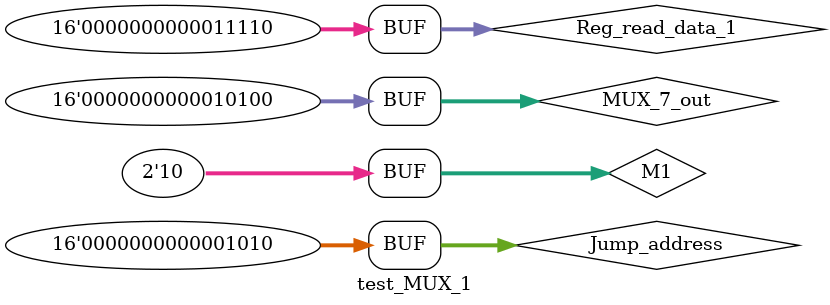
<source format=v>
`timescale 1ns / 1ps
module test_MUX_1;

parameter N=16;
 
 reg [N-1:0] Jump_address;
 reg [N-1:0] MUX_7_out;
 reg [N-1:0] Reg_read_data_1;
 reg [1:0] M1;
 wire [N-1:0] PC_write_data;

MUX_1 mx1(
    .M1 (M1),
    .Jump_address (Jump_address),
    .MUX_7_out (MUX_7_out),
    .Reg_read_data_1 (Reg_read_data_1),
    .PC_write_data (PC_write_data)   
);

initial

begin
    #0 M1=0;
    #0 Jump_address = 10;
    #0 MUX_7_out = 20;
    #0 Reg_read_data_1=30;
    #5 M1=1;
    #5 M1=2;
end

endmodule
    
</source>
